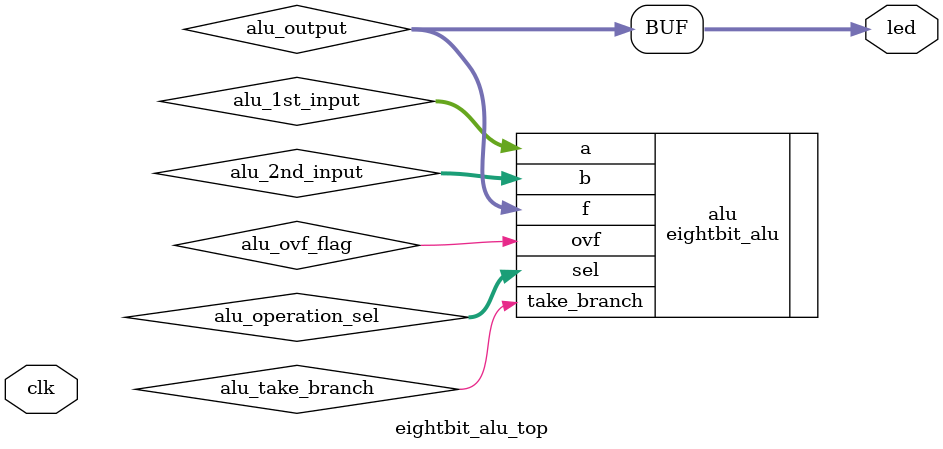
<source format=v>
`timescale 1ns / 1ps


module eightbit_alu_top(
        input clk,
		output wire [7:0] led
    );
    
    wire [7:0] alu_1st_input, alu_2nd_input;
    wire [7:0] alu_output;
    wire [2:0] alu_operation_sel;
    wire       alu_ovf_flag, alu_take_branch;

    assign led = alu_output;
	
	//Instantiate the eightbit_alu module here	
    eightbit_alu alu(
        .sel(alu_operation_sel),
        .a(alu_1st_input),
        .b(alu_2nd_input),
        .f(alu_output),
        .ovf(alu_ovf_flag),
        .take_branch(alu_take_branch)
        );

    //Instantiate the VIO core here
    //Find the instantiate template from Sources Pane, IP sources -> Instantiation Template -> vio_0.veo (double click to open the file)
    vio_0 vio (
      .clk(clk),                // input wire clk
      .probe_in0(probe_in0),    // input wire [7 : 0] probe_in0
      .probe_in1(probe_in1),    // input wire [0 : 0] probe_in1
      .probe_in2(probe_in2),    // input wire [0 : 0] probe_in2
      .probe_out0(probe_out0),  // output wire [7 : 0] probe_out0
      .probe_out1(probe_out1),  // output wire [7 : 0] probe_out1
      .probe_out2(probe_out2)  // output wire [2 : 0] probe_out2
      );
endmodule

</source>
